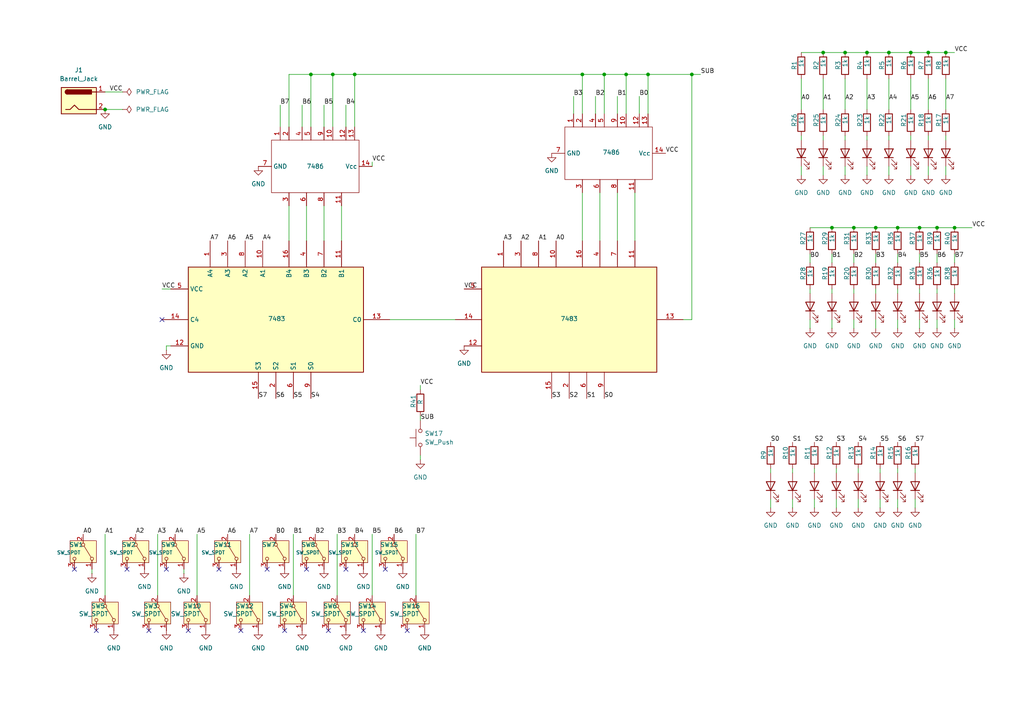
<source format=kicad_sch>
(kicad_sch (version 20250114) (generator "eeschema") (generator_version "9.0")
  (paper "A4")
  (junction (at 245.11 15.24))
  (junction (at 260.35 66.04))
  (junction (at 264.16 15.24))
  (junction (at 251.46 15.24))
  (junction (at 90.17 21.59))
  (junction (at 266.7 66.04))
  (junction (at 254 66.04))
  (junction (at 175.26 21.59))
  (junction (at 30.48 31.75))
  (junction (at 200.66 21.59))
  (junction (at 102.87 21.59))
  (junction (at 187.96 21.59))
  (junction (at 181.61 21.59))
  (junction (at 168.91 21.59))
  (junction (at 257.81 15.24))
  (junction (at 269.24 15.24))
  (junction (at 96.52 21.59))
  (junction (at 238.76 15.24))
  (junction (at 247.65 66.04))
  (junction (at 241.3 66.04))
  (junction (at 276.86 66.04))
  (junction (at 271.78 66.04))
  (junction (at 274.32 15.24))
  (no_connect (at 111.76 165.1))
  (no_connect (at 105.41 182.88))
  (no_connect (at 82.55 182.88))
  (no_connect (at 77.47 165.1))
  (no_connect (at 21.59 165.1))
  (no_connect (at 69.85 182.88))
  (no_connect (at 36.83 165.1))
  (no_connect (at 95.25 182.88))
  (no_connect (at 46.99 92.71))
  (no_connect (at 27.94 182.88))
  (no_connect (at 54.61 182.88))
  (no_connect (at 118.11 182.88))
  (no_connect (at 48.26 165.1))
  (no_connect (at 63.5 165.1))
  (no_connect (at 100.33 165.1))
  (no_connect (at 88.9 165.1))
  (no_connect (at 43.18 182.88))
  (wire (pts (xy 30.48 154.94) (xy 30.48 172.72)))
  (wire (pts (xy 121.92 133.35) (xy 121.92 132.08)))
  (wire (pts (xy 175.26 21.59) (xy 181.61 21.59)))
  (wire (pts (xy 274.32 22.86) (xy 274.32 31.75)))
  (wire (pts (xy 251.46 22.86) (xy 251.46 31.75)))
  (wire (pts (xy 260.35 66.04) (xy 266.7 66.04)))
  (wire (pts (xy 269.24 50.8) (xy 269.24 48.26)))
  (wire (pts (xy 238.76 22.86) (xy 238.76 31.75)))
  (wire (pts (xy 257.81 40.64) (xy 257.81 39.37)))
  (wire (pts (xy 257.81 15.24) (xy 264.16 15.24)))
  (wire (pts (xy 45.72 154.94) (xy 45.72 172.72)))
  (wire (pts (xy 266.7 73.66) (xy 266.7 76.2)))
  (wire (pts (xy 102.87 21.59) (xy 168.91 21.59)))
  (wire (pts (xy 200.66 21.59) (xy 203.2 21.59)))
  (wire (pts (xy 260.35 137.16) (xy 260.35 135.89)))
  (wire (pts (xy 234.95 95.25) (xy 234.95 92.71)))
  (wire (pts (xy 265.43 147.32) (xy 265.43 144.78)))
  (wire (pts (xy 274.32 15.24) (xy 276.86 15.24)))
  (wire (pts (xy 102.87 21.59) (xy 102.87 36.83)))
  (wire (pts (xy 99.06 59.69) (xy 99.06 69.85)))
  (wire (pts (xy 83.82 36.83) (xy 83.82 21.59)))
  (wire (pts (xy 168.91 21.59) (xy 175.26 21.59)))
  (wire (pts (xy 198.12 92.71) (xy 200.66 92.71)))
  (wire (pts (xy 236.22 137.16) (xy 236.22 135.89)))
  (wire (pts (xy 175.26 21.59) (xy 175.26 33.02)))
  (wire (pts (xy 172.72 27.94) (xy 172.72 33.02)))
  (wire (pts (xy 255.27 147.32) (xy 255.27 144.78)))
  (wire (pts (xy 96.52 21.59) (xy 102.87 21.59)))
  (wire (pts (xy 232.41 22.86) (xy 232.41 31.75)))
  (wire (pts (xy 257.81 50.8) (xy 257.81 48.26)))
  (wire (pts (xy 251.46 50.8) (xy 251.46 48.26)))
  (wire (pts (xy 251.46 15.24) (xy 257.81 15.24)))
  (wire (pts (xy 93.98 59.69) (xy 93.98 69.85)))
  (wire (pts (xy 269.24 15.24) (xy 274.32 15.24)))
  (wire (pts (xy 234.95 66.04) (xy 241.3 66.04)))
  (wire (pts (xy 266.7 85.09) (xy 266.7 83.82)))
  (wire (pts (xy 257.81 22.86) (xy 257.81 31.75)))
  (wire (pts (xy 247.65 85.09) (xy 247.65 83.82)))
  (wire (pts (xy 87.63 30.48) (xy 87.63 36.83)))
  (wire (pts (xy 48.26 100.33) (xy 48.26 101.6)))
  (wire (pts (xy 168.91 21.59) (xy 168.91 33.02)))
  (wire (pts (xy 241.3 73.66) (xy 241.3 76.2)))
  (wire (pts (xy 238.76 50.8) (xy 238.76 48.26)))
  (wire (pts (xy 97.79 154.94) (xy 97.79 172.72)))
  (wire (pts (xy 276.86 85.09) (xy 276.86 83.82)))
  (wire (pts (xy 271.78 73.66) (xy 271.78 76.2)))
  (wire (pts (xy 242.57 137.16) (xy 242.57 135.89)))
  (wire (pts (xy 241.3 85.09) (xy 241.3 83.82)))
  (wire (pts (xy 83.82 21.59) (xy 90.17 21.59)))
  (wire (pts (xy 248.92 137.16) (xy 248.92 135.89)))
  (wire (pts (xy 57.15 154.94) (xy 57.15 172.72)))
  (wire (pts (xy 30.48 26.67) (xy 35.56 26.67)))
  (wire (pts (xy 181.61 21.59) (xy 181.61 33.02)))
  (wire (pts (xy 242.57 147.32) (xy 242.57 144.78)))
  (wire (pts (xy 234.95 73.66) (xy 234.95 76.2)))
  (wire (pts (xy 181.61 21.59) (xy 187.96 21.59)))
  (wire (pts (xy 179.07 27.94) (xy 179.07 33.02)))
  (wire (pts (xy 232.41 40.64) (xy 232.41 39.37)))
  (wire (pts (xy 269.24 40.64) (xy 269.24 39.37)))
  (wire (pts (xy 260.35 147.32) (xy 260.35 144.78)))
  (wire (pts (xy 254 73.66) (xy 254 76.2)))
  (wire (pts (xy 200.66 92.71) (xy 200.66 21.59)))
  (wire (pts (xy 121.92 111.76) (xy 121.92 113.03)))
  (wire (pts (xy 30.48 31.75) (xy 35.56 31.75)))
  (wire (pts (xy 238.76 15.24) (xy 245.11 15.24)))
  (wire (pts (xy 49.53 100.33) (xy 48.26 100.33)))
  (wire (pts (xy 264.16 15.24) (xy 269.24 15.24)))
  (wire (pts (xy 260.35 95.25) (xy 260.35 92.71)))
  (wire (pts (xy 274.32 50.8) (xy 274.32 48.26)))
  (wire (pts (xy 255.27 137.16) (xy 255.27 135.89)))
  (wire (pts (xy 269.24 22.86) (xy 269.24 31.75)))
  (wire (pts (xy 245.11 40.64) (xy 245.11 39.37)))
  (wire (pts (xy 260.35 73.66) (xy 260.35 76.2)))
  (wire (pts (xy 46.99 83.82) (xy 49.53 83.82)))
  (wire (pts (xy 72.39 154.94) (xy 72.39 172.72)))
  (wire (pts (xy 107.95 154.94) (xy 107.95 172.72)))
  (wire (pts (xy 187.96 21.59) (xy 187.96 33.02)))
  (wire (pts (xy 107.95 46.99) (xy 107.95 48.26)))
  (wire (pts (xy 53.34 165.1) (xy 53.34 166.37)))
  (wire (pts (xy 248.92 147.32) (xy 248.92 144.78)))
  (wire (pts (xy 271.78 95.25) (xy 271.78 92.71)))
  (wire (pts (xy 85.09 154.94) (xy 85.09 172.72)))
  (wire (pts (xy 266.7 66.04) (xy 271.78 66.04)))
  (wire (pts (xy 100.33 30.48) (xy 100.33 36.83)))
  (wire (pts (xy 274.32 40.64) (xy 274.32 39.37)))
  (wire (pts (xy 179.07 55.88) (xy 179.07 69.85)))
  (wire (pts (xy 245.11 50.8) (xy 245.11 48.26)))
  (wire (pts (xy 276.86 73.66) (xy 276.86 76.2)))
  (wire (pts (xy 236.22 147.32) (xy 236.22 144.78)))
  (wire (pts (xy 247.65 73.66) (xy 247.65 76.2)))
  (wire (pts (xy 232.41 50.8) (xy 232.41 48.26)))
  (wire (pts (xy 241.3 95.25) (xy 241.3 92.71)))
  (wire (pts (xy 271.78 85.09) (xy 271.78 83.82)))
  (wire (pts (xy 223.52 147.32) (xy 223.52 144.78)))
  (wire (pts (xy 265.43 137.16) (xy 265.43 135.89)))
  (wire (pts (xy 245.11 22.86) (xy 245.11 31.75)))
  (wire (pts (xy 166.37 27.94) (xy 166.37 33.02)))
  (wire (pts (xy 173.99 55.88) (xy 173.99 69.85)))
  (wire (pts (xy 234.95 85.09) (xy 234.95 83.82)))
  (wire (pts (xy 247.65 95.25) (xy 247.65 92.71)))
  (wire (pts (xy 260.35 85.09) (xy 260.35 83.82)))
  (wire (pts (xy 241.3 66.04) (xy 247.65 66.04)))
  (wire (pts (xy 264.16 40.64) (xy 264.16 39.37)))
  (wire (pts (xy 223.52 137.16) (xy 223.52 135.89)))
  (wire (pts (xy 276.86 95.25) (xy 276.86 92.71)))
  (wire (pts (xy 271.78 66.04) (xy 276.86 66.04)))
  (wire (pts (xy 120.65 154.94) (xy 120.65 172.72)))
  (wire (pts (xy 93.98 30.48) (xy 93.98 36.83)))
  (wire (pts (xy 254 85.09) (xy 254 83.82)))
  (wire (pts (xy 168.91 55.88) (xy 168.91 69.85)))
  (wire (pts (xy 254 95.25) (xy 254 92.71)))
  (wire (pts (xy 229.87 147.32) (xy 229.87 144.78)))
  (wire (pts (xy 245.11 15.24) (xy 251.46 15.24)))
  (wire (pts (xy 264.16 50.8) (xy 264.16 48.26)))
  (wire (pts (xy 185.42 27.94) (xy 185.42 33.02)))
  (wire (pts (xy 90.17 21.59) (xy 90.17 36.83)))
  (wire (pts (xy 26.67 165.1) (xy 26.67 166.37)))
  (wire (pts (xy 96.52 21.59) (xy 96.52 36.83)))
  (wire (pts (xy 264.16 22.86) (xy 264.16 31.75)))
  (wire (pts (xy 232.41 15.24) (xy 238.76 15.24)))
  (wire (pts (xy 276.86 66.04) (xy 281.94 66.04)))
  (wire (pts (xy 238.76 40.64) (xy 238.76 39.37)))
  (wire (pts (xy 113.03 92.71) (xy 132.08 92.71)))
  (wire (pts (xy 90.17 21.59) (xy 96.52 21.59)))
  (wire (pts (xy 184.15 55.88) (xy 184.15 69.85)))
  (wire (pts (xy 254 66.04) (xy 260.35 66.04)))
  (wire (pts (xy 251.46 40.64) (xy 251.46 39.37)))
  (wire (pts (xy 81.28 30.48) (xy 81.28 36.83)))
  (wire (pts (xy 229.87 137.16) (xy 229.87 135.89)))
  (wire (pts (xy 247.65 66.04) (xy 254 66.04)))
  (wire (pts (xy 266.7 95.25) (xy 266.7 92.71)))
  (wire (pts (xy 121.92 120.65) (xy 121.92 121.92)))
  (wire (pts (xy 88.9 59.69) (xy 88.9 69.85)))
  (wire (pts (xy 83.82 59.69) (xy 83.82 69.85)))
  (wire (pts (xy 187.96 21.59) (xy 200.66 21.59)))
  (label "B3" (at 254 74.93 0))
  (label "A3" (at 251.46 29.21 0))
  (label "B4" (at 102.87 154.94 0))
  (label "B1" (at 179.07 27.94 0))
  (label "B3" (at 166.37 27.94 0))
  (label "VCC" (at 121.92 111.76 0))
  (label "B6" (at 271.78 74.93 0))
  (label "S2" (at 236.22 128.27 0))
  (label "SUB" (at 121.92 121.92 0))
  (label "A1" (at 238.76 29.21 0))
  (label "S0" (at 175.26 115.57 0))
  (label "S7" (at 74.93 115.57 0))
  (label "S4" (at 90.17 115.57 0))
  (label "A6" (at 66.04 154.94 0))
  (label "VCC" (at 46.99 83.82 0))
  (label "A5" (at 71.12 69.85 0))
  (label "S5" (at 85.09 115.57 0))
  (label "S1" (at 170.18 115.57 0))
  (label "VCC" (at 281.94 66.04 0))
  (label "A0" (at 24.13 154.94 0))
  (label "A2" (at 245.11 29.21 0))
  (label "S2" (at 165.1 115.57 0))
  (label "S5" (at 255.27 128.27 0))
  (label "B3" (at 97.79 154.94 0))
  (label "VCC" (at 107.95 46.99 0))
  (label "B7" (at 81.28 30.48 0))
  (label "S7" (at 265.43 128.27 0))
  (label "A3" (at 45.72 154.94 0))
  (label "S6" (at 260.35 128.27 0))
  (label "A0" (at 232.41 29.21 0))
  (label "B7" (at 120.65 154.94 0))
  (label "A2" (at 151.13 69.85 0))
  (label "A5" (at 57.15 154.94 0))
  (label "S3" (at 160.02 115.57 0))
  (label "A3" (at 146.05 69.85 0))
  (label "VCC" (at 193.04 44.45 0))
  (label "A6" (at 66.04 69.85 0))
  (label "A2" (at 39.37 154.94 0))
  (label "A7" (at 60.96 69.85 0))
  (label "A7" (at 72.39 154.94 0))
  (label "A7" (at 274.32 29.21 0))
  (label "B6" (at 87.63 30.48 0))
  (label "B0" (at 234.95 74.93 0))
  (label "A4" (at 76.2 69.85 0))
  (label "B2" (at 91.44 154.94 0))
  (label "A1" (at 156.21 69.85 0))
  (label "A4" (at 50.8 154.94 0))
  (label "B7" (at 276.86 74.93 0))
  (label "A6" (at 269.24 29.21 0))
  (label "B6" (at 114.3 154.94 0))
  (label "S3" (at 242.57 128.27 0))
  (label "B2" (at 247.65 74.93 0))
  (label "B0" (at 185.42 27.94 0))
  (label "VCC" (at 31.75 26.67 0))
  (label "VCC" (at 276.86 15.24 0))
  (label "B1" (at 85.09 154.94 0))
  (label "B2" (at 172.72 27.94 0))
  (label "B4" (at 100.33 30.48 0))
  (label "A4" (at 257.81 29.21 0))
  (label "B5" (at 93.98 30.48 0))
  (label "S6" (at 80.01 115.57 0))
  (label "B5" (at 266.7 74.93 0))
  (label "S1" (at 229.87 128.27 0))
  (label "A1" (at 30.48 154.94 0))
  (label "A5" (at 264.16 29.21 0))
  (label "B5" (at 107.95 154.94 0))
  (label "B1" (at 241.3 74.93 0))
  (label "SUB" (at 203.2 21.59 0))
  (label "B0" (at 80.01 154.94 0))
  (label "S0" (at 223.52 128.27 0))
  (label "VCC" (at 134.62 83.82 0))
  (label "S4" (at 248.92 128.27 0))
  (label "A0" (at 161.29 69.85 0))
  (label "B4" (at 260.35 74.93 0))
  (symbol (lib_id "Switch:SW_SPDT") (at 39.37 160.02 270) (unit 1)
    (property "Reference" "SW2" (at 35.306 157.988 90) (effects (justify left)))
    (property "Value" "SW_SPDT" (at 31.75 160.274 90) (effects (font (size 1.016 1.016)) (justify left)))
    (property "Footprint" "my footprtn:LED SWITCH3pin" (effects (hide yes)))
    (property "Description" "Switch, single pole double throw" (effects (hide yes)))
  )
  (symbol (lib_id "Device:R") (at 251.46 19.05 0) (unit 1)
    (property "Reference" "R4" (at 249.428 20.32 90) (effects (justify left)))
    (property "Value" "1k" (at 251.46 19.558 90) (effects (justify left)))
    (property "Footprint" "Resistor_THT:R_Axial_DIN0204_L3.6mm_D1.6mm_P5.08mm_Horizontal" (effects (hide yes)))
    (property "Description" "Resistor" (effects (hide yes)))
  )
  (symbol (lib_id "Device:LED") (at 251.46 44.45 90) (unit 1)
    (property "Reference" "D4" (effects (hide yes)))
    (property "Value" "LED" (effects (hide yes)))
    (property "Footprint" "LED_THT:LED_D3.0mm" (effects (hide yes)))
    (property "Description" "Light emitting diode" (effects (hide yes)))
    (property "Sim.Pins" "1=K 2=A" (effects (hide yes)))
  )
  (symbol (lib_id "Device:R") (at 248.92 132.08 0) (unit 1)
    (property "Reference" "R13" (at 246.888 133.35 90) (effects (justify left)))
    (property "Value" "1k" (at 248.92 132.588 90) (effects (justify left)))
    (property "Footprint" "Resistor_THT:R_Axial_DIN0204_L3.6mm_D1.6mm_P5.08mm_Horizontal" (effects (hide yes)))
    (property "Description" "Resistor" (effects (hide yes)))
  )
  (symbol (lib_id "power:GND") (at 245.11 50.8 0) (unit 1)
    (property "Reference" "#PWR011" (effects (hide yes)))
    (property "Value" "GND" (at 245.11 55.88 0))
    (property "Description" "Power symbol creates a global label with name \"GND\" , ground" (effects (hide yes)))
  )
  (symbol (lib_id "Device:R") (at 260.35 80.01 0) (unit 1)
    (property "Reference" "R32" (at 258.318 81.28 90) (effects (justify left)))
    (property "Value" "1k" (at 260.35 80.518 90) (effects (justify left)))
    (property "Footprint" "Resistor_THT:R_Axial_DIN0204_L3.6mm_D1.6mm_P5.08mm_Horizontal" (effects (hide yes)))
    (property "Description" "Resistor" (effects (hide yes)))
  )
  (symbol (lib_id "power:GND") (at 269.24 50.8 0) (unit 1)
    (property "Reference" "#PWR015" (effects (hide yes)))
    (property "Value" "GND" (at 269.24 55.88 0))
    (property "Description" "Power symbol creates a global label with name \"GND\" , ground" (effects (hide yes)))
  )
  (symbol (lib_id "Device:LED") (at 266.7 88.9 90) (unit 1)
    (property "Reference" "D23" (effects (hide yes)))
    (property "Value" "LED" (effects (hide yes)))
    (property "Footprint" "LED_THT:LED_D3.0mm" (effects (hide yes)))
    (property "Description" "Light emitting diode" (effects (hide yes)))
    (property "Sim.Pins" "1=K 2=A" (effects (hide yes)))
  )
  (symbol (lib_id "Device:R") (at 266.7 69.85 0) (unit 1)
    (property "Reference" "R37" (at 264.668 71.12 90) (effects (justify left)))
    (property "Value" "1k" (at 266.7 70.358 90) (effects (justify left)))
    (property "Footprint" "Resistor_THT:R_Axial_DIN0204_L3.6mm_D1.6mm_P5.08mm_Horizontal" (effects (hide yes)))
    (property "Description" "Resistor" (effects (hide yes)))
  )
  (symbol (lib_id "Device:R") (at 257.81 35.56 0) (unit 1)
    (property "Reference" "R22" (at 255.778 36.83 90) (effects (justify left)))
    (property "Value" "1k" (at 257.81 36.068 90) (effects (justify left)))
    (property "Footprint" "Resistor_THT:R_Axial_DIN0204_L3.6mm_D1.6mm_P5.08mm_Horizontal" (effects (hide yes)))
    (property "Description" "Resistor" (effects (hide yes)))
  )
  (symbol (lib_id "Device:R") (at 274.32 19.05 0) (unit 1)
    (property "Reference" "R8" (at 272.288 20.32 90) (effects (justify left)))
    (property "Value" "1k" (at 274.32 19.558 90) (effects (justify left)))
    (property "Footprint" "Resistor_THT:R_Axial_DIN0204_L3.6mm_D1.6mm_P5.08mm_Horizontal" (effects (hide yes)))
    (property "Description" "Resistor" (effects (hide yes)))
  )
  (symbol (lib_id "power:GND") (at 266.7 95.25 0) (unit 1)
    (property "Reference" "#PWR023" (effects (hide yes)))
    (property "Value" "GND" (at 266.7 100.33 0))
    (property "Description" "Power symbol creates a global label with name \"GND\" , ground" (effects (hide yes)))
  )
  (symbol (lib_id "Device:LED") (at 248.92 140.97 90) (unit 1)
    (property "Reference" "D13" (effects (hide yes)))
    (property "Value" "LED" (effects (hide yes)))
    (property "Footprint" "LED_THT:LED_D3.0mm" (effects (hide yes)))
    (property "Description" "Light emitting diode" (effects (hide yes)))
    (property "Sim.Pins" "1=K 2=A" (effects (hide yes)))
  )
  (symbol (lib_id "Device:R") (at 229.87 132.08 0) (unit 1)
    (property "Reference" "R10" (at 227.838 133.35 90) (effects (justify left)))
    (property "Value" "1k" (at 229.87 132.588 90) (effects (justify left)))
    (property "Footprint" "Resistor_THT:R_Axial_DIN0204_L3.6mm_D1.6mm_P5.08mm_Horizontal" (effects (hide yes)))
    (property "Description" "Resistor" (effects (hide yes)))
  )
  (symbol (lib_id "power:GND") (at 116.84 165.1 0) (unit 1)
    (property "Reference" "#PWR039" (effects (hide yes)))
    (property "Value" "GND" (at 116.84 170.18 0))
    (property "Description" "Power symbol creates a global label with name \"GND\" , ground" (effects (hide yes)))
  )
  (symbol (lib_id "Device:LED") (at 276.86 88.9 90) (unit 1)
    (property "Reference" "D25" (effects (hide yes)))
    (property "Value" "LED" (effects (hide yes)))
    (property "Footprint" "LED_THT:LED_D3.0mm" (effects (hide yes)))
    (property "Description" "Light emitting diode" (effects (hide yes)))
    (property "Sim.Pins" "1=K 2=A" (effects (hide yes)))
  )
  (symbol (lib_id "Switch:SW_SPDT") (at 85.09 177.8 270) (unit 1)
    (property "Reference" "SW4" (at 81.026 175.768 90) (effects (justify left)))
    (property "Value" "SW_SPDT" (at 77.47 178.054 90) (effects (justify left)))
    (property "Footprint" "my footprtn:LED SWITCH3pin" (effects (hide yes)))
    (property "Description" "Switch, single pole double throw" (effects (hide yes)))
  )
  (symbol (lib_id "power:GND") (at 264.16 50.8 0) (unit 1)
    (property "Reference" "#PWR014" (effects (hide yes)))
    (property "Value" "GND" (at 264.16 55.88 0))
    (property "Description" "Power symbol creates a global label with name \"GND\" , ground" (effects (hide yes)))
  )
  (symbol (lib_id "Device:R") (at 234.95 69.85 0) (unit 1)
    (property "Reference" "R27" (at 232.918 71.12 90) (effects (justify left)))
    (property "Value" "1k" (at 234.95 70.358 90) (effects (justify left)))
    (property "Footprint" "Resistor_THT:R_Axial_DIN0204_L3.6mm_D1.6mm_P5.08mm_Horizontal" (effects (hide yes)))
    (property "Description" "Resistor" (effects (hide yes)))
  )
  (symbol (lib_id "power:GND") (at 232.41 50.8 0) (unit 1)
    (property "Reference" "#PWR03" (effects (hide yes)))
    (property "Value" "GND" (at 232.41 55.88 0))
    (property "Description" "Power symbol creates a global label with name \"GND\" , ground" (effects (hide yes)))
  )
  (symbol (lib_id "Switch:SW_SPDT") (at 107.95 177.8 270) (unit 1)
    (property "Reference" "SW14" (at 103.886 175.768 90) (effects (justify left)))
    (property "Value" "SW_SPDT" (at 100.33 178.054 90) (effects (justify left)))
    (property "Footprint" "my footprtn:LED SWITCH3pin" (effects (hide yes)))
    (property "Description" "Switch, single pole double throw" (effects (hide yes)))
  )
  (symbol (lib_id "Device:LED") (at 269.24 44.45 90) (unit 1)
    (property "Reference" "D7" (effects (hide yes)))
    (property "Value" "LED" (effects (hide yes)))
    (property "Footprint" "LED_THT:LED_D3.0mm" (effects (hide yes)))
    (property "Description" "Light emitting diode" (effects (hide yes)))
    (property "Sim.Pins" "1=K 2=A" (effects (hide yes)))
  )
  (symbol (lib_id "Switch:SW_SPDT") (at 102.87 160.02 270) (unit 1)
    (property "Reference" "SW13" (at 98.806 157.988 90) (effects (justify left)))
    (property "Value" "SW_SPDT" (at 95.25 160.274 90) (effects (font (size 1.016 1.016)) (justify left)))
    (property "Footprint" "my footprtn:LED SWITCH3pin" (effects (hide yes)))
    (property "Description" "Switch, single pole double throw" (effects (hide yes)))
  )
  (symbol (lib_id "Device:R") (at 260.35 132.08 0) (unit 1)
    (property "Reference" "R15" (at 258.318 133.35 90) (effects (justify left)))
    (property "Value" "1k" (at 260.35 132.588 90) (effects (justify left)))
    (property "Footprint" "Resistor_THT:R_Axial_DIN0204_L3.6mm_D1.6mm_P5.08mm_Horizontal" (effects (hide yes)))
    (property "Description" "Resistor" (effects (hide yes)))
  )
  (symbol (lib_id "power:GND") (at 74.93 48.26 0) (unit 1)
    (property "Reference" "#PWR05" (effects (hide yes)))
    (property "Value" "GND" (at 74.93 53.34 0))
    (property "Description" "Power symbol creates a global label with name \"GND\" , ground" (effects (hide yes)))
  )
  (symbol (lib_id "power:GND") (at 59.69 182.88 0) (unit 1)
    (property "Reference" "#PWR034" (effects (hide yes)))
    (property "Value" "GND" (at 59.69 187.96 0))
    (property "Description" "Power symbol creates a global label with name \"GND\" , ground" (effects (hide yes)))
  )
  (symbol (lib_id "power:GND") (at 68.58 165.1 0) (unit 1)
    (property "Reference" "#PWR035" (effects (hide yes)))
    (property "Value" "GND" (at 68.58 170.18 0))
    (property "Description" "Power symbol creates a global label with name \"GND\" , ground" (effects (hide yes)))
  )
  (symbol (lib_id "power:GND") (at 260.35 95.25 0) (unit 1)
    (property "Reference" "#PWR022" (effects (hide yes)))
    (property "Value" "GND" (at 260.35 100.33 0))
    (property "Description" "Power symbol creates a global label with name \"GND\" , ground" (effects (hide yes)))
  )
  (symbol (lib_id "Device:R") (at 266.7 80.01 0) (unit 1)
    (property "Reference" "R34" (at 264.668 81.28 90) (effects (justify left)))
    (property "Value" "1k" (at 266.7 80.518 90) (effects (justify left)))
    (property "Footprint" "Resistor_THT:R_Axial_DIN0204_L3.6mm_D1.6mm_P5.08mm_Horizontal" (effects (hide yes)))
    (property "Description" "Resistor" (effects (hide yes)))
  )
  (symbol (lib_id "Device:R") (at 265.43 132.08 0) (unit 1)
    (property "Reference" "R16" (at 263.398 133.35 90) (effects (justify left)))
    (property "Value" "1k" (at 265.43 132.588 90) (effects (justify left)))
    (property "Footprint" "Resistor_THT:R_Axial_DIN0204_L3.6mm_D1.6mm_P5.08mm_Horizontal" (effects (hide yes)))
    (property "Description" "Resistor" (effects (hide yes)))
  )
  (symbol (lib_id "Device:R") (at 254 69.85 0) (unit 1)
    (property "Reference" "R33" (at 251.968 71.12 90) (effects (justify left)))
    (property "Value" "1k" (at 254 70.358 90) (effects (justify left)))
    (property "Footprint" "Resistor_THT:R_Axial_DIN0204_L3.6mm_D1.6mm_P5.08mm_Horizontal" (effects (hide yes)))
    (property "Description" "Resistor" (effects (hide yes)))
  )
  (symbol (lib_id "Device:R") (at 269.24 19.05 0) (unit 1)
    (property "Reference" "R7" (at 267.208 20.32 90) (effects (justify left)))
    (property "Value" "1k" (at 269.24 19.558 90) (effects (justify left)))
    (property "Footprint" "Resistor_THT:R_Axial_DIN0204_L3.6mm_D1.6mm_P5.08mm_Horizontal" (effects (hide yes)))
    (property "Description" "Resistor" (effects (hide yes)))
  )
  (symbol (lib_id "Device:LED") (at 232.41 44.45 90) (unit 1)
    (property "Reference" "D1" (effects (hide yes)))
    (property "Value" "LED" (effects (hide yes)))
    (property "Footprint" "LED_THT:LED_D3.0mm" (effects (hide yes)))
    (property "Description" "Light emitting diode" (effects (hide yes)))
    (property "Sim.Pins" "1=K 2=A" (effects (hide yes)))
  )
  (symbol (lib_id "Device:R") (at 232.41 19.05 0) (unit 1)
    (property "Reference" "R1" (at 230.378 20.32 90) (effects (justify left)))
    (property "Value" "1k" (at 232.41 19.558 90) (effects (justify left)))
    (property "Footprint" "Resistor_THT:R_Axial_DIN0204_L3.6mm_D1.6mm_P5.08mm_Horizontal" (effects (hide yes)))
    (property "Description" "Resistor" (effects (hide yes)))
  )
  (symbol (lib_id "Device:LED") (at 255.27 140.97 90) (unit 1)
    (property "Reference" "D14" (effects (hide yes)))
    (property "Value" "LED" (effects (hide yes)))
    (property "Footprint" "LED_THT:LED_D3.0mm" (effects (hide yes)))
    (property "Description" "Light emitting diode" (effects (hide yes)))
    (property "Sim.Pins" "1=K 2=A" (effects (hide yes)))
  )
  (symbol (lib_id "Device:R") (at 238.76 35.56 0) (unit 1)
    (property "Reference" "R25" (at 236.728 36.83 90) (effects (justify left)))
    (property "Value" "1k" (at 238.76 36.068 90) (effects (justify left)))
    (property "Footprint" "Resistor_THT:R_Axial_DIN0204_L3.6mm_D1.6mm_P5.08mm_Horizontal" (effects (hide yes)))
    (property "Description" "Resistor" (effects (hide yes)))
  )
  (symbol (lib_id "Connector:Barrel_Jack") (at 22.86 29.21 0) (unit 1)
    (property "Reference" "J1" (at 22.86 20.32 0))
    (property "Value" "Barrel_Jack" (at 22.86 22.86 0))
    (property "Footprint" "Connector_BarrelJack:BarrelJack_GCT_DCJ200-10-A_Horizontal" (effects (hide yes)))
    (property "Description" "DC Barrel Jack" (effects (hide yes)))
  )
  (symbol (lib_id "power:GND") (at 257.81 50.8 0) (unit 1)
    (property "Reference" "#PWR013" (effects (hide yes)))
    (property "Value" "GND" (at 257.81 55.88 0))
    (property "Description" "Power symbol creates a global label with name \"GND\" , ground" (effects (hide yes)))
  )
  (symbol (lib_id "power:GND") (at 241.3 95.25 0) (unit 1)
    (property "Reference" "#PWR019" (effects (hide yes)))
    (property "Value" "GND" (at 241.3 100.33 0))
    (property "Description" "Power symbol creates a global label with name \"GND\" , ground" (effects (hide yes)))
  )
  (symbol (lib_id "power:GND") (at 255.27 147.32 0) (unit 1)
    (property "Reference" "#PWR046" (effects (hide yes)))
    (property "Value" "GND" (at 255.27 152.4 0))
    (property "Description" "Power symbol creates a global label with name \"GND\" , ground" (effects (hide yes)))
  )
  (symbol (lib_id "Device:R") (at 264.16 35.56 0) (unit 1)
    (property "Reference" "R21" (at 262.128 36.83 90) (effects (justify left)))
    (property "Value" "1k" (at 264.16 36.068 90) (effects (justify left)))
    (property "Footprint" "Resistor_THT:R_Axial_DIN0204_L3.6mm_D1.6mm_P5.08mm_Horizontal" (effects (hide yes)))
    (property "Description" "Resistor" (effects (hide yes)))
  )
  (symbol (lib_id "power:GND") (at 229.87 147.32 0) (unit 1)
    (property "Reference" "#PWR042" (effects (hide yes)))
    (property "Value" "GND" (at 229.87 152.4 0))
    (property "Description" "Power symbol creates a global label with name \"GND\" , ground" (effects (hide yes)))
  )
  (symbol (lib_id "power:GND") (at 33.02 182.88 0) (unit 1)
    (property "Reference" "#PWR017" (effects (hide yes)))
    (property "Value" "GND" (at 33.02 187.96 0))
    (property "Description" "Power symbol creates a global label with name \"GND\" , ground" (effects (hide yes)))
  )
  (symbol (lib_id "Device:R") (at 251.46 35.56 0) (unit 1)
    (property "Reference" "R23" (at 249.428 36.83 90) (effects (justify left)))
    (property "Value" "1k" (at 251.46 36.068 90) (effects (justify left)))
    (property "Footprint" "Resistor_THT:R_Axial_DIN0204_L3.6mm_D1.6mm_P5.08mm_Horizontal" (effects (hide yes)))
    (property "Description" "Resistor" (effects (hide yes)))
  )
  (symbol (lib_id "Device:LED") (at 241.3 88.9 90) (unit 1)
    (property "Reference" "D19" (effects (hide yes)))
    (property "Value" "LED" (effects (hide yes)))
    (property "Footprint" "LED_THT:LED_D3.0mm" (effects (hide yes)))
    (property "Description" "Light emitting diode" (effects (hide yes)))
    (property "Sim.Pins" "1=K 2=A" (effects (hide yes)))
  )
  (symbol (lib_id "Device:LED") (at 260.35 140.97 90) (unit 1)
    (property "Reference" "D15" (effects (hide yes)))
    (property "Value" "LED" (effects (hide yes)))
    (property "Footprint" "LED_THT:LED_D3.0mm" (effects (hide yes)))
    (property "Description" "Light emitting diode" (effects (hide yes)))
    (property "Sim.Pins" "1=K 2=A" (effects (hide yes)))
  )
  (symbol (lib_id "power:GND") (at 276.86 95.25 0) (unit 1)
    (property "Reference" "#PWR025" (effects (hide yes)))
    (property "Value" "GND" (at 276.86 100.33 0))
    (property "Description" "Power symbol creates a global label with name \"GND\" , ground" (effects (hide yes)))
  )
  (symbol (lib_id "Device:R") (at 241.3 80.01 0) (unit 1)
    (property "Reference" "R19" (at 239.268 81.28 90) (effects (justify left)))
    (property "Value" "1k" (at 241.3 80.518 90) (effects (justify left)))
    (property "Footprint" "Resistor_THT:R_Axial_DIN0204_L3.6mm_D1.6mm_P5.08mm_Horizontal" (effects (hide yes)))
    (property "Description" "Resistor" (effects (hide yes)))
  )
  (symbol (lib_id "Switch:SW_SPDT") (at 120.65 177.8 270) (unit 1)
    (property "Reference" "SW16" (at 116.586 175.768 90) (effects (justify left)))
    (property "Value" "SW_SPDT" (at 113.03 178.054 90) (effects (justify left)))
    (property "Footprint" "my footprtn:LED SWITCH3pin" (effects (hide yes)))
    (property "Description" "Switch, single pole double throw" (effects (hide yes)))
  )
  (symbol (lib_id "Device:LED") (at 257.81 44.45 90) (unit 1)
    (property "Reference" "D5" (effects (hide yes)))
    (property "Value" "LED" (effects (hide yes)))
    (property "Footprint" "LED_THT:LED_D3.0mm" (effects (hide yes)))
    (property "Description" "Light emitting diode" (effects (hide yes)))
    (property "Sim.Pins" "1=K 2=A" (effects (hide yes)))
  )
  (symbol (lib_id "Device:LED") (at 242.57 140.97 90) (unit 1)
    (property "Reference" "D12" (effects (hide yes)))
    (property "Value" "LED" (effects (hide yes)))
    (property "Footprint" "LED_THT:LED_D3.0mm" (effects (hide yes)))
    (property "Description" "Light emitting diode" (effects (hide yes)))
    (property "Sim.Pins" "1=K 2=A" (effects (hide yes)))
  )
  (symbol (lib_id "Device:R") (at 234.95 80.01 0) (unit 1)
    (property "Reference" "R28" (at 232.918 81.28 90) (effects (justify left)))
    (property "Value" "1k" (at 234.95 80.518 90) (effects (justify left)))
    (property "Footprint" "Resistor_THT:R_Axial_DIN0204_L3.6mm_D1.6mm_P5.08mm_Horizontal" (effects (hide yes)))
    (property "Description" "Resistor" (effects (hide yes)))
  )
  (symbol (lib_id "Device:R") (at 274.32 35.56 0) (unit 1)
    (property "Reference" "R17" (at 272.288 36.83 90) (effects (justify left)))
    (property "Value" "1k" (at 274.32 36.068 90) (effects (justify left)))
    (property "Footprint" "Resistor_THT:R_Axial_DIN0204_L3.6mm_D1.6mm_P5.08mm_Horizontal" (effects (hide yes)))
    (property "Description" "Resistor" (effects (hide yes)))
  )
  (symbol (lib_id "power:GND") (at 234.95 95.25 0) (unit 1)
    (property "Reference" "#PWR018" (effects (hide yes)))
    (property "Value" "GND" (at 234.95 100.33 0))
    (property "Description" "Power symbol creates a global label with name \"GND\" , ground" (effects (hide yes)))
  )
  (symbol (lib_id "Switch:SW_SPDT") (at 45.72 177.8 270) (unit 1)
    (property "Reference" "SW3" (at 41.656 175.768 90) (effects (justify left)))
    (property "Value" "SW_SPDT" (at 38.1 178.054 90) (effects (justify left)))
    (property "Footprint" "my footprtn:LED SWITCH3pin" (effects (hide yes)))
    (property "Description" "Switch, single pole double throw" (effects (hide yes)))
  )
  (symbol (lib_id "Device:R") (at 264.16 19.05 0) (unit 1)
    (property "Reference" "R6" (at 262.128 20.32 90) (effects (justify left)))
    (property "Value" "1k" (at 264.16 19.558 90) (effects (justify left)))
    (property "Footprint" "Resistor_THT:R_Axial_DIN0204_L3.6mm_D1.6mm_P5.08mm_Horizontal" (effects (hide yes)))
    (property "Description" "Resistor" (effects (hide yes)))
  )
  (symbol (lib_id "Device:R") (at 245.11 35.56 0) (unit 1)
    (property "Reference" "R24" (at 243.078 36.83 90) (effects (justify left)))
    (property "Value" "1k" (at 245.11 36.068 90) (effects (justify left)))
    (property "Footprint" "Resistor_THT:R_Axial_DIN0204_L3.6mm_D1.6mm_P5.08mm_Horizontal" (effects (hide yes)))
    (property "Description" "Resistor" (effects (hide yes)))
  )
  (symbol (lib_id "power:GND") (at 82.55 165.1 0) (unit 1)
    (property "Reference" "#PWR031" (effects (hide yes)))
    (property "Value" "GND" (at 82.55 170.18 0))
    (property "Description" "Power symbol creates a global label with name \"GND\" , ground" (effects (hide yes)))
  )
  (symbol (lib_id "Device:LED") (at 234.95 88.9 90) (unit 1)
    (property "Reference" "D18" (effects (hide yes)))
    (property "Value" "LED" (effects (hide yes)))
    (property "Footprint" "LED_THT:LED_D3.0mm" (effects (hide yes)))
    (property "Description" "Light emitting diode" (effects (hide yes)))
    (property "Sim.Pins" "1=K 2=A" (effects (hide yes)))
  )
  (symbol (lib_id "Device:R") (at 121.92 116.84 0) (unit 1)
    (property "Reference" "R41" (at 119.888 118.364 90) (effects (justify left)))
    (property "Value" "R" (at 121.92 117.348 90) (effects (justify left)))
    (property "Footprint" "Resistor_THT:R_Axial_DIN0204_L3.6mm_D1.6mm_P5.08mm_Horizontal" (effects (hide yes)))
    (property "Description" "Resistor" (effects (hide yes)))
  )
  (symbol (lib_id "Switch:SW_SPDT") (at 24.13 160.02 270) (unit 1)
    (property "Reference" "SW1" (at 20.066 157.988 90) (effects (justify left)))
    (property "Value" "SW_SPDT" (at 16.51 160.274 90) (effects (font (size 1.016 1.016)) (justify left)))
    (property "Footprint" "my footprtn:LED SWITCH3pin" (effects (hide yes)))
    (property "Description" "Switch, single pole double throw" (effects (hide yes)))
  )
  (symbol (lib_id "power:GND") (at 247.65 95.25 0) (unit 1)
    (property "Reference" "#PWR020" (effects (hide yes)))
    (property "Value" "GND" (at 247.65 100.33 0))
    (property "Description" "Power symbol creates a global label with name \"GND\" , ground" (effects (hide yes)))
  )
  (symbol (lib_id "power:GND") (at 123.19 182.88 0) (unit 1)
    (property "Reference" "#PWR040" (effects (hide yes)))
    (property "Value" "GND" (at 123.19 187.96 0))
    (property "Description" "Power symbol creates a global label with name \"GND\" , ground" (effects (hide yes)))
  )
  (symbol (lib_id "power:GND") (at 93.98 165.1 0) (unit 1)
    (property "Reference" "#PWR032" (effects (hide yes)))
    (property "Value" "GND" (at 93.98 170.18 0))
    (property "Description" "Power symbol creates a global label with name \"GND\" , ground" (effects (hide yes)))
  )
  (symbol (lib_id "power:GND") (at 242.57 147.32 0) (unit 1)
    (property "Reference" "#PWR044" (effects (hide yes)))
    (property "Value" "GND" (at 242.57 152.4 0))
    (property "Description" "Power symbol creates a global label with name \"GND\" , ground" (effects (hide yes)))
  )
  (symbol (lib_id "Device:LED") (at 271.78 88.9 90) (unit 1)
    (property "Reference" "D24" (effects (hide yes)))
    (property "Value" "LED" (effects (hide yes)))
    (property "Footprint" "LED_THT:LED_D3.0mm" (effects (hide yes)))
    (property "Description" "Light emitting diode" (effects (hide yes)))
    (property "Sim.Pins" "1=K 2=A" (effects (hide yes)))
  )
  (symbol (lib_id "Device:R") (at 241.3 69.85 0) (unit 1)
    (property "Reference" "R29" (at 239.268 71.12 90) (effects (justify left)))
    (property "Value" "1k" (at 241.3 70.358 90) (effects (justify left)))
    (property "Footprint" "Resistor_THT:R_Axial_DIN0204_L3.6mm_D1.6mm_P5.08mm_Horizontal" (effects (hide yes)))
    (property "Description" "Resistor" (effects (hide yes)))
  )
  (symbol (lib_id "Switch:SW_SPDT") (at 91.44 160.02 270) (unit 1)
    (property "Reference" "SW8" (at 87.376 157.988 90) (effects (justify left)))
    (property "Value" "SW_SPDT" (at 85.852 160.274 90) (effects (font (size 1.016 1.016)) (justify left)))
    (property "Footprint" "my footprtn:LED SWITCH3pin" (effects (hide yes)))
    (property "Description" "Switch, single pole double throw" (effects (hide yes)))
  )
  (symbol (lib_id "Device:R") (at 271.78 69.85 0) (unit 1)
    (property "Reference" "R39" (at 269.748 71.12 90) (effects (justify left)))
    (property "Value" "1k" (at 271.78 70.358 90) (effects (justify left)))
    (property "Footprint" "Resistor_THT:R_Axial_DIN0204_L3.6mm_D1.6mm_P5.08mm_Horizontal" (effects (hide yes)))
    (property "Description" "Resistor" (effects (hide yes)))
  )
  (symbol (lib_id "power:GND") (at 121.92 133.35 0) (unit 1)
    (property "Reference" "#PWR01" (effects (hide yes)))
    (property "Value" "GND" (at 121.92 138.43 0))
    (property "Description" "Power symbol creates a global label with name \"GND\" , ground" (effects (hide yes)))
  )
  (symbol (lib_id "Device:R") (at 236.22 132.08 0) (unit 1)
    (property "Reference" "R11" (at 234.188 133.35 90) (effects (justify left)))
    (property "Value" "1k" (at 236.22 132.588 90) (effects (justify left)))
    (property "Footprint" "Resistor_THT:R_Axial_DIN0204_L3.6mm_D1.6mm_P5.08mm_Horizontal" (effects (hide yes)))
    (property "Description" "Resistor" (effects (hide yes)))
  )
  (symbol (lib_id "power:GND") (at 134.62 100.33 0) (unit 1)
    (property "Reference" "#PWR04" (effects (hide yes)))
    (property "Value" "GND" (at 134.62 105.41 0))
    (property "Description" "Power symbol creates a global label with name \"GND\" , ground" (effects (hide yes)))
  )
  (symbol (lib_id "power:GND") (at 105.41 165.1 0) (unit 1)
    (property "Reference" "#PWR037" (effects (hide yes)))
    (property "Value" "GND" (at 105.41 170.18 0))
    (property "Description" "Power symbol creates a global label with name \"GND\" , ground" (effects (hide yes)))
  )
  (symbol (lib_id "power:GND") (at 274.32 50.8 0) (unit 1)
    (property "Reference" "#PWR016" (effects (hide yes)))
    (property "Value" "GND" (at 274.32 55.88 0))
    (property "Description" "Power symbol creates a global label with name \"GND\" , ground" (effects (hide yes)))
  )
  (symbol (lib_id "Device:R") (at 254 80.01 0) (unit 1)
    (property "Reference" "R30" (at 251.968 81.28 90) (effects (justify left)))
    (property "Value" "1k" (at 254 80.518 90) (effects (justify left)))
    (property "Footprint" "Resistor_THT:R_Axial_DIN0204_L3.6mm_D1.6mm_P5.08mm_Horizontal" (effects (hide yes)))
    (property "Description" "Resistor" (effects (hide yes)))
  )
  (symbol (lib_id "power:GND") (at 100.33 182.88 0) (unit 1)
    (property "Reference" "#PWR030" (effects (hide yes)))
    (property "Value" "GND" (at 100.33 187.96 0))
    (property "Description" "Power symbol creates a global label with name \"GND\" , ground" (effects (hide yes)))
  )
  (symbol (lib_id "New_Library:NEW 7486") (at 91.44 48.26 0) (unit 1)
    (property "Reference" "IC3" (effects (hide yes)))
    (property "Value" "7486" (at 91.44 48.26 0))
    (property "Footprint" "Package_DIP:DIP-14_W7.62mm" (effects (hide yes)))
  )
  (symbol (lib_id "power:GND") (at 53.34 166.37 0) (unit 1)
    (property "Reference" "#PWR033" (effects (hide yes)))
    (property "Value" "GND" (at 53.34 171.45 0))
    (property "Description" "Power symbol creates a global label with name \"GND\" , ground" (effects (hide yes)))
  )
  (symbol (lib_id "power:GND") (at 238.76 50.8 0) (unit 1)
    (property "Reference" "#PWR010" (effects (hide yes)))
    (property "Value" "GND" (at 238.76 55.88 0))
    (property "Description" "Power symbol creates a global label with name \"GND\" , ground" (effects (hide yes)))
  )
  (symbol (lib_id "Switch:SW_SPDT") (at 114.3 160.02 270) (unit 1)
    (property "Reference" "SW15" (at 110.236 157.988 90) (effects (justify left)))
    (property "Value" "SW_SPDT" (at 108.712 160.274 90) (effects (font (size 1.016 1.016)) (justify left)))
    (property "Footprint" "my footprtn:LED SWITCH3pin" (effects (hide yes)))
    (property "Description" "Switch, single pole double throw" (effects (hide yes)))
  )
  (symbol (lib_id "power:PWR_FLAG") (at 35.56 31.75 270) (unit 1)
    (property "Reference" "#FLG02" (effects (hide yes)))
    (property "Value" "PWR_FLAG" (at 39.37 31.7499 90) (effects (justify left)))
    (property "Description" "Special symbol for telling ERC where power comes from" (effects (hide yes)))
  )
  (symbol (lib_id "Device:LED") (at 229.87 140.97 90) (unit 1)
    (property "Reference" "D10" (effects (hide yes)))
    (property "Value" "LED" (effects (hide yes)))
    (property "Footprint" "LED_THT:LED_D3.0mm" (effects (hide yes)))
    (property "Description" "Light emitting diode" (effects (hide yes)))
    (property "Sim.Pins" "1=K 2=A" (effects (hide yes)))
  )
  (symbol (lib_id "Device:R") (at 247.65 69.85 0) (unit 1)
    (property "Reference" "R31" (at 245.618 71.12 90) (effects (justify left)))
    (property "Value" "1k" (at 247.65 70.358 90) (effects (justify left)))
    (property "Footprint" "Resistor_THT:R_Axial_DIN0204_L3.6mm_D1.6mm_P5.08mm_Horizontal" (effects (hide yes)))
    (property "Description" "Resistor" (effects (hide yes)))
  )
  (symbol (lib_id "Device:R") (at 260.35 69.85 0) (unit 1)
    (property "Reference" "R35" (at 258.318 71.12 90) (effects (justify left)))
    (property "Value" "1k" (at 260.35 70.358 90) (effects (justify left)))
    (property "Footprint" "Resistor_THT:R_Axial_DIN0204_L3.6mm_D1.6mm_P5.08mm_Horizontal" (effects (hide yes)))
    (property "Description" "Resistor" (effects (hide yes)))
  )
  (symbol (lib_id "Switch:SW_SPDT") (at 57.15 177.8 270) (unit 1)
    (property "Reference" "SW10" (at 53.086 175.768 90) (effects (justify left)))
    (property "Value" "SW_SPDT" (at 49.53 178.054 90) (effects (justify left)))
    (property "Footprint" "my footprtn:LED SWITCH3pin" (effects (hide yes)))
    (property "Description" "Switch, single pole double throw" (effects (hide yes)))
  )
  (symbol (lib_id "New_Library:NEW 7486") (at 176.53 44.45 0) (unit 1)
    (property "Reference" "IC4" (effects (hide yes)))
    (property "Value" "7486" (at 177.292 44.196 0))
    (property "Footprint" "Package_DIP:DIP-14_W7.62mm" (effects (hide yes)))
  )
  (symbol (lib_id "Device:R") (at 271.78 80.01 0) (unit 1)
    (property "Reference" "R36" (at 269.748 81.28 90) (effects (justify left)))
    (property "Value" "1k" (at 271.78 80.518 90) (effects (justify left)))
    (property "Footprint" "Resistor_THT:R_Axial_DIN0204_L3.6mm_D1.6mm_P5.08mm_Horizontal" (effects (hide yes)))
    (property "Description" "Resistor" (effects (hide yes)))
  )
  (symbol (lib_id "power:PWR_FLAG") (at 35.56 26.67 270) (unit 1)
    (property "Reference" "#FLG01" (effects (hide yes)))
    (property "Value" "PWR_FLAG" (at 39.37 26.6699 90) (effects (justify left)))
    (property "Description" "Special symbol for telling ERC where power comes from" (effects (hide yes)))
  )
  (symbol (lib_id "Device:R") (at 242.57 132.08 0) (unit 1)
    (property "Reference" "R12" (at 240.538 133.35 90) (effects (justify left)))
    (property "Value" "1k" (at 242.57 132.588 90) (effects (justify left)))
    (property "Footprint" "Resistor_THT:R_Axial_DIN0204_L3.6mm_D1.6mm_P5.08mm_Horizontal" (effects (hide yes)))
    (property "Description" "Resistor" (effects (hide yes)))
  )
  (symbol (lib_id "Device:LED") (at 265.43 140.97 90) (unit 1)
    (property "Reference" "D16" (effects (hide yes)))
    (property "Value" "LED" (effects (hide yes)))
    (property "Footprint" "LED_THT:LED_D3.0mm" (effects (hide yes)))
    (property "Description" "Light emitting diode" (effects (hide yes)))
    (property "Sim.Pins" "1=K 2=A" (effects (hide yes)))
  )
  (symbol (lib_id "Device:LED") (at 238.76 44.45 90) (unit 1)
    (property "Reference" "D2" (effects (hide yes)))
    (property "Value" "LED" (effects (hide yes)))
    (property "Footprint" "LED_THT:LED_D3.0mm" (effects (hide yes)))
    (property "Description" "Light emitting diode" (effects (hide yes)))
    (property "Sim.Pins" "1=K 2=A" (effects (hide yes)))
  )
  (symbol (lib_id "Device:R") (at 238.76 19.05 0) (unit 1)
    (property "Reference" "R2" (at 236.728 20.32 90) (effects (justify left)))
    (property "Value" "1k" (at 238.76 19.558 90) (effects (justify left)))
    (property "Footprint" "Resistor_THT:R_Axial_DIN0204_L3.6mm_D1.6mm_P5.08mm_Horizontal" (effects (hide yes)))
    (property "Description" "Resistor" (effects (hide yes)))
  )
  (symbol (lib_id "power:GND") (at 254 95.25 0) (unit 1)
    (property "Reference" "#PWR021" (effects (hide yes)))
    (property "Value" "GND" (at 254 100.33 0))
    (property "Description" "Power symbol creates a global label with name \"GND\" , ground" (effects (hide yes)))
  )
  (symbol (lib_id "Switch:SW_SPDT") (at 97.79 177.8 270) (unit 1)
    (property "Reference" "SW6" (at 93.726 175.768 90) (effects (justify left)))
    (property "Value" "SW_SPDT" (at 90.17 178.054 90) (effects (justify left)))
    (property "Footprint" "my footprtn:LED SWITCH3pin" (effects (hide yes)))
    (property "Description" "Switch, single pole double throw" (effects (hide yes)))
  )
  (symbol (lib_id "Device:R") (at 245.11 19.05 0) (unit 1)
    (property "Reference" "R3" (at 243.078 20.32 90) (effects (justify left)))
    (property "Value" "1k" (at 245.11 19.558 90) (effects (justify left)))
    (property "Footprint" "Resistor_THT:R_Axial_DIN0204_L3.6mm_D1.6mm_P5.08mm_Horizontal" (effects (hide yes)))
    (property "Description" "Resistor" (effects (hide yes)))
  )
  (symbol (lib_id "Device:R") (at 255.27 132.08 0) (unit 1)
    (property "Reference" "R14" (at 253.238 133.35 90) (effects (justify left)))
    (property "Value" "1k" (at 255.27 132.588 90) (effects (justify left)))
    (property "Footprint" "Resistor_THT:R_Axial_DIN0204_L3.6mm_D1.6mm_P5.08mm_Horizontal" (effects (hide yes)))
    (property "Description" "Resistor" (effects (hide yes)))
  )
  (symbol (lib_id "Device:R") (at 257.81 19.05 0) (unit 1)
    (property "Reference" "R5" (at 255.778 20.32 90) (effects (justify left)))
    (property "Value" "1k" (at 257.81 19.558 90) (effects (justify left)))
    (property "Footprint" "Resistor_THT:R_Axial_DIN0204_L3.6mm_D1.6mm_P5.08mm_Horizontal" (effects (hide yes)))
    (property "Description" "Resistor" (effects (hide yes)))
  )
  (symbol (lib_id "Device:LED") (at 236.22 140.97 90) (unit 1)
    (property "Reference" "D11" (effects (hide yes)))
    (property "Value" "LED" (effects (hide yes)))
    (property "Footprint" "LED_THT:LED_D3.0mm" (effects (hide yes)))
    (property "Description" "Light emitting diode" (effects (hide yes)))
    (property "Sim.Pins" "1=K 2=A" (effects (hide yes)))
  )
  (symbol (lib_id "power:GND") (at 271.78 95.25 0) (unit 1)
    (property "Reference" "#PWR024" (effects (hide yes)))
    (property "Value" "GND" (at 271.78 100.33 0))
    (property "Description" "Power symbol creates a global label with name \"GND\" , ground" (effects (hide yes)))
  )
  (symbol (lib_id "Device:R") (at 276.86 80.01 0) (unit 1)
    (property "Reference" "R38" (at 274.828 81.28 90) (effects (justify left)))
    (property "Value" "1k" (at 276.86 80.518 90) (effects (justify left)))
    (property "Footprint" "Resistor_THT:R_Axial_DIN0204_L3.6mm_D1.6mm_P5.08mm_Horizontal" (effects (hide yes)))
    (property "Description" "Resistor" (effects (hide yes)))
  )
  (symbol (lib_id "power:GND") (at 251.46 50.8 0) (unit 1)
    (property "Reference" "#PWR012" (effects (hide yes)))
    (property "Value" "GND" (at 251.46 55.88 0))
    (property "Description" "Power symbol creates a global label with name \"GND\" , ground" (effects (hide yes)))
  )
  (symbol (lib_id "Switch:SW_Push") (at 121.92 127 90) (unit 1)
    (property "Reference" "SW17" (at 123.19 125.7299 90) (effects (justify right)))
    (property "Value" "SW_Push" (at 123.19 128.2699 90) (effects (justify right)))
    (property "Footprint" "Button_Switch_THT:SW_PUSH_6mm" (effects (hide yes)))
    (property "Description" "Push button switch, generic, two pins" (effects (hide yes)))
  )
  (symbol (lib_id "Device:R") (at 232.41 35.56 0) (unit 1)
    (property "Reference" "R26" (at 230.378 36.83 90) (effects (justify left)))
    (property "Value" "1k" (at 232.41 36.068 90) (effects (justify left)))
    (property "Footprint" "Resistor_THT:R_Axial_DIN0204_L3.6mm_D1.6mm_P5.08mm_Horizontal" (effects (hide yes)))
    (property "Description" "Resistor" (effects (hide yes)))
  )
  (symbol (lib_id "Device:LED") (at 260.35 88.9 90) (unit 1)
    (property "Reference" "D22" (effects (hide yes)))
    (property "Value" "LED" (effects (hide yes)))
    (property "Footprint" "LED_THT:LED_D3.0mm" (effects (hide yes)))
    (property "Description" "Light emitting diode" (effects (hide yes)))
    (property "Sim.Pins" "1=K 2=A" (effects (hide yes)))
  )
  (symbol (lib_id "Device:R") (at 247.65 80.01 0) (unit 1)
    (property "Reference" "R20" (at 245.618 81.28 90) (effects (justify left)))
    (property "Value" "1k" (at 247.65 80.518 90) (effects (justify left)))
    (property "Footprint" "Resistor_THT:R_Axial_DIN0204_L3.6mm_D1.6mm_P5.08mm_Horizontal" (effects (hide yes)))
    (property "Description" "Resistor" (effects (hide yes)))
  )
  (symbol (lib_id "Device:R") (at 223.52 132.08 0) (unit 1)
    (property "Reference" "R9" (at 221.488 133.35 90) (effects (justify left)))
    (property "Value" "1k" (at 223.52 132.588 90) (effects (justify left)))
    (property "Footprint" "Resistor_THT:R_Axial_DIN0204_L3.6mm_D1.6mm_P5.08mm_Horizontal" (effects (hide yes)))
    (property "Description" "Resistor" (effects (hide yes)))
  )
  (symbol (lib_id "power:GND") (at 265.43 147.32 0) (unit 1)
    (property "Reference" "#PWR048" (effects (hide yes)))
    (property "Value" "GND" (at 265.43 152.4 0))
    (property "Description" "Power symbol creates a global label with name \"GND\" , ground" (effects (hide yes)))
  )
  (symbol (lib_name "NEW 7483_1") (lib_id "New_Library:NEW 7483") (at 80.01 92.71 0) (unit 1)
    (property "Reference" "IC1" (effects (hide yes)))
    (property "Value" "7483" (at 80.264 92.456 0))
    (property "Footprint" "Package_DIP:DIP-16_W7.62mm" (effects (hide yes)))
  )
  (symbol (lib_id "Switch:SW_SPDT") (at 50.8 160.02 270) (unit 1)
    (property "Reference" "SW9" (at 46.736 157.988 90) (effects (justify left)))
    (property "Value" "SW_SPDT" (at 43.18 160.274 90) (effects (font (size 1.016 1.016)) (justify left)))
    (property "Footprint" "my footprtn:LED SWITCH3pin" (effects (hide yes)))
    (property "Description" "Switch, single pole double throw" (effects (hide yes)))
  )
  (symbol (lib_id "power:GND") (at 41.91 165.1 0) (unit 1)
    (property "Reference" "#PWR027" (effects (hide yes)))
    (property "Value" "GND" (at 41.91 170.18 0))
    (property "Description" "Power symbol creates a global label with name \"GND\" , ground" (effects (hide yes)))
  )
  (symbol (lib_id "power:GND") (at 110.49 182.88 0) (unit 1)
    (property "Reference" "#PWR038" (effects (hide yes)))
    (property "Value" "GND" (at 110.49 187.96 0))
    (property "Description" "Power symbol creates a global label with name \"GND\" , ground" (effects (hide yes)))
  )
  (symbol (lib_id "power:GND") (at 260.35 147.32 0) (unit 1)
    (property "Reference" "#PWR047" (effects (hide yes)))
    (property "Value" "GND" (at 260.35 152.4 0))
    (property "Description" "Power symbol creates a global label with name \"GND\" , ground" (effects (hide yes)))
  )
  (symbol (lib_id "power:GND") (at 26.67 166.37 0) (unit 1)
    (property "Reference" "#PWR026" (effects (hide yes)))
    (property "Value" "GND" (at 26.67 171.45 0))
    (property "Description" "Power symbol creates a global label with name \"GND\" , ground" (effects (hide yes)))
  )
  (symbol (lib_id "Switch:SW_SPDT") (at 80.01 160.02 270) (unit 1)
    (property "Reference" "SW7" (at 75.946 157.988 90) (effects (justify left)))
    (property "Value" "SW_SPDT" (at -25.4 161.544 90) (effects (font (size 1.016 1.016)) (justify left)))
    (property "Footprint" "my footprtn:LED SWITCH3pin" (effects (hide yes)))
    (property "Description" "Switch, single pole double throw" (effects (hide yes)))
  )
  (symbol (lib_id "power:GND") (at 74.93 182.88 0) (unit 1)
    (property "Reference" "#PWR036" (effects (hide yes)))
    (property "Value" "GND" (at 74.93 187.96 0))
    (property "Description" "Power symbol creates a global label with name \"GND\" , ground" (effects (hide yes)))
  )
  (symbol (lib_id "power:GND") (at 48.26 182.88 0) (unit 1)
    (property "Reference" "#PWR028" (effects (hide yes)))
    (property "Value" "GND" (at 48.26 187.96 0))
    (property "Description" "Power symbol creates a global label with name \"GND\" , ground" (effects (hide yes)))
  )
  (symbol (lib_id "power:GND") (at 160.02 44.45 0) (unit 1)
    (property "Reference" "#PWR06" (effects (hide yes)))
    (property "Value" "GND" (at 160.02 49.53 0))
    (property "Description" "Power symbol creates a global label with name \"GND\" , ground" (effects (hide yes)))
  )
  (symbol (lib_id "power:GND") (at 87.63 182.88 0) (unit 1)
    (property "Reference" "#PWR029" (effects (hide yes)))
    (property "Value" "GND" (at 87.63 187.96 0))
    (property "Description" "Power symbol creates a global label with name \"GND\" , ground" (effects (hide yes)))
  )
  (symbol (lib_id "Device:R") (at 269.24 35.56 0) (unit 1)
    (property "Reference" "R18" (at 267.208 36.83 90) (effects (justify left)))
    (property "Value" "1k" (at 269.24 36.068 90) (effects (justify left)))
    (property "Footprint" "Resistor_THT:R_Axial_DIN0204_L3.6mm_D1.6mm_P5.08mm_Horizontal" (effects (hide yes)))
    (property "Description" "Resistor" (effects (hide yes)))
  )
  (symbol (lib_id "Device:LED") (at 247.65 88.9 90) (unit 1)
    (property "Reference" "D20" (effects (hide yes)))
    (property "Value" "LED" (effects (hide yes)))
    (property "Footprint" "LED_THT:LED_D3.0mm" (effects (hide yes)))
    (property "Description" "Light emitting diode" (effects (hide yes)))
    (property "Sim.Pins" "1=K 2=A" (effects (hide yes)))
  )
  (symbol (lib_id "power:GND") (at 236.22 147.32 0) (unit 1)
    (property "Reference" "#PWR043" (effects (hide yes)))
    (property "Value" "GND" (at 236.22 152.4 0))
    (property "Description" "Power symbol creates a global label with name \"GND\" , ground" (effects (hide yes)))
  )
  (symbol (lib_id "Device:LED") (at 254 88.9 90) (unit 1)
    (property "Reference" "D21" (effects (hide yes)))
    (property "Value" "LED" (effects (hide yes)))
    (property "Footprint" "LED_THT:LED_D3.0mm" (effects (hide yes)))
    (property "Description" "Light emitting diode" (effects (hide yes)))
    (property "Sim.Pins" "1=K 2=A" (effects (hide yes)))
  )
  (symbol (lib_id "Device:LED") (at 274.32 44.45 90) (unit 1)
    (property "Reference" "D8" (effects (hide yes)))
    (property "Value" "LED" (effects (hide yes)))
    (property "Footprint" "LED_THT:LED_D3.0mm" (effects (hide yes)))
    (property "Description" "Light emitting diode" (effects (hide yes)))
    (property "Sim.Pins" "1=K 2=A" (effects (hide yes)))
  )
  (symbol (lib_id "New_Library:NEW 7483") (at 165.1 92.71 0) (unit 1)
    (property "Reference" "IC2" (effects (hide yes)))
    (property "Value" "7483" (at 165.1 92.456 0))
    (property "Footprint" "Package_DIP:DIP-16_W7.62mm" (effects (hide yes)))
  )
  (symbol (lib_id "power:GND") (at 30.48 31.75 0) (unit 1)
    (property "Reference" "#PWR09" (effects (hide yes)))
    (property "Value" "GND" (at 30.48 36.83 0))
    (property "Description" "Power symbol creates a global label with name \"GND\" , ground" (effects (hide yes)))
  )
  (symbol (lib_id "power:GND") (at 248.92 147.32 0) (unit 1)
    (property "Reference" "#PWR045" (effects (hide yes)))
    (property "Value" "GND" (at 248.92 152.4 0))
    (property "Description" "Power symbol creates a global label with name \"GND\" , ground" (effects (hide yes)))
  )
  (symbol (lib_id "Device:LED") (at 264.16 44.45 90) (unit 1)
    (property "Reference" "D6" (effects (hide yes)))
    (property "Value" "LED" (effects (hide yes)))
    (property "Footprint" "LED_THT:LED_D3.0mm" (effects (hide yes)))
    (property "Description" "Light emitting diode" (effects (hide yes)))
    (property "Sim.Pins" "1=K 2=A" (effects (hide yes)))
  )
  (symbol (lib_id "Device:LED") (at 223.52 140.97 90) (unit 1)
    (property "Reference" "D9" (effects (hide yes)))
    (property "Value" "LED" (effects (hide yes)))
    (property "Footprint" "LED_THT:LED_D3.0mm" (effects (hide yes)))
    (property "Description" "Light emitting diode" (effects (hide yes)))
    (property "Sim.Pins" "1=K 2=A" (effects (hide yes)))
  )
  (symbol (lib_id "Device:LED") (at 245.11 44.45 90) (unit 1)
    (property "Reference" "D3" (effects (hide yes)))
    (property "Value" "LED" (effects (hide yes)))
    (property "Footprint" "LED_THT:LED_D3.0mm" (effects (hide yes)))
    (property "Description" "Light emitting diode" (effects (hide yes)))
    (property "Sim.Pins" "1=K 2=A" (effects (hide yes)))
  )
  (symbol (lib_id "Device:R") (at 276.86 69.85 0) (unit 1)
    (property "Reference" "R40" (at 274.828 71.12 90) (effects (justify left)))
    (property "Value" "1k" (at 276.86 70.358 90) (effects (justify left)))
    (property "Footprint" "Resistor_THT:R_Axial_DIN0204_L3.6mm_D1.6mm_P5.08mm_Horizontal" (effects (hide yes)))
    (property "Description" "Resistor" (effects (hide yes)))
  )
  (symbol (lib_id "Switch:SW_SPDT") (at 30.48 177.8 270) (unit 1)
    (property "Reference" "SW5" (at 26.416 175.768 90) (effects (justify left)))
    (property "Value" "SW_SPDT" (at 22.86 178.054 90) (effects (justify left)))
    (property "Footprint" "my footprtn:LED SWITCH3pin" (effects (hide yes)))
    (property "Description" "Switch, single pole double throw" (effects (hide yes)))
  )
  (symbol (lib_id "power:GND") (at 223.52 147.32 0) (unit 1)
    (property "Reference" "#PWR041" (effects (hide yes)))
    (property "Value" "GND" (at 223.52 152.4 0))
    (property "Description" "Power symbol creates a global label with name \"GND\" , ground" (effects (hide yes)))
  )
  (symbol (lib_id "power:GND") (at 48.26 101.6 0) (unit 1)
    (property "Reference" "#PWR02" (effects (hide yes)))
    (property "Value" "GND" (at 48.26 106.68 0))
    (property "Description" "Power symbol creates a global label with name \"GND\" , ground" (effects (hide yes)))
  )
  (symbol (lib_id "Switch:SW_SPDT") (at 72.39 177.8 270) (unit 1)
    (property "Reference" "SW12" (at 68.326 175.768 90) (effects (justify left)))
    (property "Value" "SW_SPDT" (at 64.77 178.054 90) (effects (justify left)))
    (property "Footprint" "my footprtn:LED SWITCH3pin" (effects (hide yes)))
    (property "Description" "Switch, single pole double throw" (effects (hide yes)))
  )
  (symbol (lib_id "Switch:SW_SPDT") (at 66.04 160.02 270) (unit 1)
    (property "Reference" "SW11" (at 61.976 157.988 90) (effects (justify left)))
    (property "Value" "SW_SPDT" (at 58.42 160.274 90) (effects (font (size 1.016 1.016)) (justify left)))
    (property "Footprint" "my footprtn:LED SWITCH3pin" (effects (hide yes)))
    (property "Description" "Switch, single pole double throw" (effects (hide yes)))
  )
)
</source>
